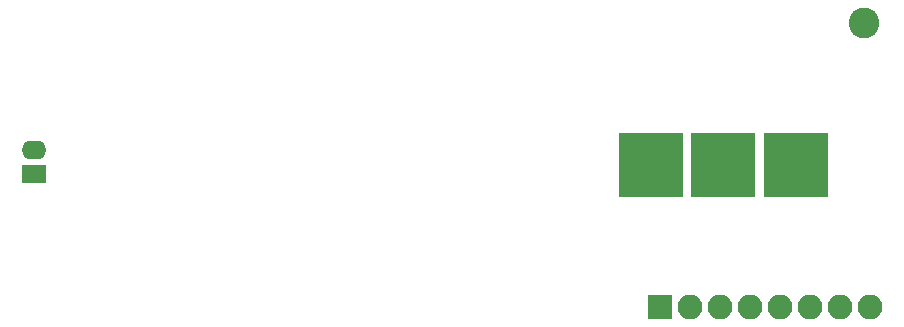
<source format=gbs>
G04 #@! TF.FileFunction,Soldermask,Bot*
%FSLAX46Y46*%
G04 Gerber Fmt 4.6, Leading zero omitted, Abs format (unit mm)*
G04 Created by KiCad (PCBNEW 4.0.5+dfsg1-4) date Sat Sep 16 14:32:47 2017*
%MOMM*%
%LPD*%
G01*
G04 APERTURE LIST*
%ADD10C,0.100000*%
%ADD11R,2.100000X1.600000*%
%ADD12O,2.100000X1.600000*%
%ADD13R,5.400000X5.400000*%
%ADD14R,2.100000X2.100000*%
%ADD15O,2.100000X2.100000*%
%ADD16C,2.600000*%
G04 APERTURE END LIST*
D10*
D11*
X95000000Y-87250000D03*
D12*
X95000000Y-85250000D03*
D13*
X147250000Y-86500000D03*
D14*
X148000000Y-98500000D03*
D15*
X150540000Y-98500000D03*
X153080000Y-98500000D03*
X155620000Y-98500000D03*
X158160000Y-98500000D03*
X160700000Y-98500000D03*
X163240000Y-98500000D03*
X165780000Y-98500000D03*
D13*
X159500000Y-86500000D03*
X153375000Y-86500000D03*
D16*
X165250000Y-74500000D03*
M02*

</source>
